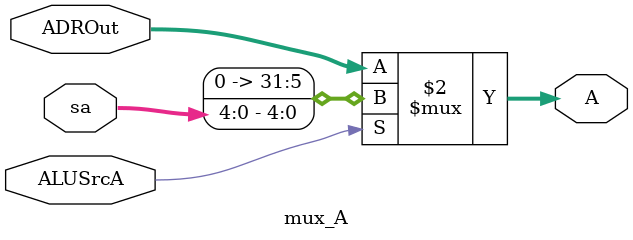
<source format=v>
`timescale 1ns / 1ps


module mux_A(
    input [31:0] ADROut,
    input [4:0]sa,
    input ALUSrcA,//0:data1 1:sa
    output [31:0] A
    );
    assign A = (ALUSrcA == 0)?ADROut:{6'h000000,3'b000,sa};
endmodule

</source>
